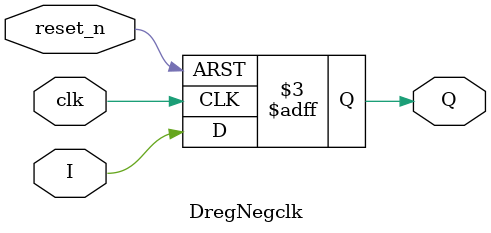
<source format=v>

module DregNegclk(
  input      clk,
  input      reset_n,
  input      I,
  output reg Q
  );
begin
   always @(negedge clk or negedge reset_n)
      if (!reset_n)
         Q <= #1 1'b0;
      else
         Q <= #1 I;
end
endmodule // Dreg 

</source>
